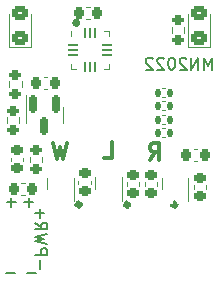
<source format=gbo>
G04 #@! TF.GenerationSoftware,KiCad,Pcbnew,(6.0.7)*
G04 #@! TF.CreationDate,2022-08-30T17:39:21-06:00*
G04 #@! TF.ProjectId,malenki-1616-3A,6d616c65-6e6b-4692-9d31-3631362d3341,rev?*
G04 #@! TF.SameCoordinates,Original*
G04 #@! TF.FileFunction,Legend,Bot*
G04 #@! TF.FilePolarity,Positive*
%FSLAX46Y46*%
G04 Gerber Fmt 4.6, Leading zero omitted, Abs format (unit mm)*
G04 Created by KiCad (PCBNEW (6.0.7)) date 2022-08-30 17:39:21*
%MOMM*%
%LPD*%
G01*
G04 APERTURE LIST*
G04 Aperture macros list*
%AMRoundRect*
0 Rectangle with rounded corners*
0 $1 Rounding radius*
0 $2 $3 $4 $5 $6 $7 $8 $9 X,Y pos of 4 corners*
0 Add a 4 corners polygon primitive as box body*
4,1,4,$2,$3,$4,$5,$6,$7,$8,$9,$2,$3,0*
0 Add four circle primitives for the rounded corners*
1,1,$1+$1,$2,$3*
1,1,$1+$1,$4,$5*
1,1,$1+$1,$6,$7*
1,1,$1+$1,$8,$9*
0 Add four rect primitives between the rounded corners*
20,1,$1+$1,$2,$3,$4,$5,0*
20,1,$1+$1,$4,$5,$6,$7,0*
20,1,$1+$1,$6,$7,$8,$9,0*
20,1,$1+$1,$8,$9,$2,$3,0*%
%AMFreePoly0*
4,1,14,0.385355,0.085355,0.400000,0.050000,0.400000,0.000711,0.385355,-0.034644,0.334644,-0.085355,0.299289,-0.100000,-0.350000,-0.100000,-0.385355,-0.085355,-0.400000,-0.050000,-0.400000,0.050000,-0.385355,0.085355,-0.350000,0.100000,0.350000,0.100000,0.385355,0.085355,0.385355,0.085355,$1*%
%AMFreePoly1*
4,1,14,0.334644,0.085355,0.385355,0.034644,0.400000,-0.000711,0.400000,-0.050000,0.385355,-0.085355,0.350000,-0.100000,-0.350000,-0.100000,-0.385355,-0.085355,-0.400000,-0.050000,-0.400000,0.050000,-0.385355,0.085355,-0.350000,0.100000,0.299289,0.100000,0.334644,0.085355,0.334644,0.085355,$1*%
%AMFreePoly2*
4,1,14,0.085355,0.385355,0.100000,0.350000,0.100000,-0.350000,0.085355,-0.385355,0.050000,-0.400000,0.000711,-0.400000,-0.034644,-0.385355,-0.085355,-0.334644,-0.100000,-0.299289,-0.100000,0.350000,-0.085355,0.385355,-0.050000,0.400000,0.050000,0.400000,0.085355,0.385355,0.085355,0.385355,$1*%
%AMFreePoly3*
4,1,14,0.085355,0.385355,0.100000,0.350000,0.100000,-0.299289,0.085355,-0.334644,0.034644,-0.385355,-0.000711,-0.400000,-0.050000,-0.400000,-0.085355,-0.385355,-0.100000,-0.350000,-0.100000,0.350000,-0.085355,0.385355,-0.050000,0.400000,0.050000,0.400000,0.085355,0.385355,0.085355,0.385355,$1*%
%AMFreePoly4*
4,1,14,0.385355,0.085355,0.400000,0.050000,0.400000,-0.050000,0.385355,-0.085355,0.350000,-0.100000,-0.350000,-0.100000,-0.385355,-0.085355,-0.400000,-0.050000,-0.400000,-0.000711,-0.385355,0.034644,-0.334644,0.085355,-0.299289,0.100000,0.350000,0.100000,0.385355,0.085355,0.385355,0.085355,$1*%
%AMFreePoly5*
4,1,14,0.385355,0.085355,0.400000,0.050000,0.400000,-0.050000,0.385355,-0.085355,0.350000,-0.100000,-0.299289,-0.100000,-0.334644,-0.085355,-0.385355,-0.034644,-0.400000,0.000711,-0.400000,0.050000,-0.385355,0.085355,-0.350000,0.100000,0.350000,0.100000,0.385355,0.085355,0.385355,0.085355,$1*%
%AMFreePoly6*
4,1,14,0.034644,0.385355,0.085355,0.334644,0.100000,0.299289,0.100000,-0.350000,0.085355,-0.385355,0.050000,-0.400000,-0.050000,-0.400000,-0.085355,-0.385355,-0.100000,-0.350000,-0.100000,0.350000,-0.085355,0.385355,-0.050000,0.400000,-0.000711,0.400000,0.034644,0.385355,0.034644,0.385355,$1*%
%AMFreePoly7*
4,1,14,0.085355,0.385355,0.100000,0.350000,0.100000,-0.350000,0.085355,-0.385355,0.050000,-0.400000,-0.050000,-0.400000,-0.085355,-0.385355,-0.100000,-0.350000,-0.100000,0.299289,-0.085355,0.334644,-0.034644,0.385355,0.000711,0.400000,0.050000,0.400000,0.085355,0.385355,0.085355,0.385355,$1*%
G04 Aperture macros list end*
%ADD10C,0.377000*%
%ADD11C,0.500000*%
%ADD12C,0.150000*%
%ADD13C,0.300000*%
%ADD14C,0.120000*%
%ADD15RoundRect,0.225000X0.250000X-0.225000X0.250000X0.225000X-0.250000X0.225000X-0.250000X-0.225000X0*%
%ADD16O,2.300000X2.000000*%
%ADD17C,0.700000*%
%ADD18O,1.500000X0.800000*%
%ADD19RoundRect,0.225000X0.225000X0.250000X-0.225000X0.250000X-0.225000X-0.250000X0.225000X-0.250000X0*%
%ADD20RoundRect,0.250000X0.450000X-0.325000X0.450000X0.325000X-0.450000X0.325000X-0.450000X-0.325000X0*%
%ADD21RoundRect,0.200000X-0.275000X0.200000X-0.275000X-0.200000X0.275000X-0.200000X0.275000X0.200000X0*%
%ADD22RoundRect,0.150000X-0.150000X0.587500X-0.150000X-0.587500X0.150000X-0.587500X0.150000X0.587500X0*%
%ADD23FreePoly0,270.000000*%
%ADD24RoundRect,0.050000X-0.050000X0.350000X-0.050000X-0.350000X0.050000X-0.350000X0.050000X0.350000X0*%
%ADD25FreePoly1,270.000000*%
%ADD26FreePoly2,270.000000*%
%ADD27RoundRect,0.050000X-0.350000X0.050000X-0.350000X-0.050000X0.350000X-0.050000X0.350000X0.050000X0*%
%ADD28FreePoly3,270.000000*%
%ADD29FreePoly4,270.000000*%
%ADD30FreePoly5,270.000000*%
%ADD31FreePoly6,270.000000*%
%ADD32FreePoly7,270.000000*%
%ADD33R,1.700000X1.700000*%
%ADD34R,2.500000X1.500000*%
%ADD35RoundRect,0.200000X0.275000X-0.200000X0.275000X0.200000X-0.275000X0.200000X-0.275000X-0.200000X0*%
%ADD36R,0.250000X1.000000*%
%ADD37R,1.600000X0.800000*%
%ADD38RoundRect,0.135000X0.135000X0.185000X-0.135000X0.185000X-0.135000X-0.185000X0.135000X-0.185000X0*%
%ADD39RoundRect,0.135000X-0.135000X-0.185000X0.135000X-0.185000X0.135000X0.185000X-0.135000X0.185000X0*%
G04 APERTURE END LIST*
D10*
X143288500Y-64200000D02*
G75*
G03*
X143288500Y-64200000I-188500J0D01*
G01*
D11*
X147527000Y-79600000D02*
G75*
G03*
X147527000Y-79600000I-127000J0D01*
G01*
X151527000Y-79600000D02*
G75*
G03*
X151527000Y-79600000I-127000J0D01*
G01*
X143427000Y-79600000D02*
G75*
G03*
X143427000Y-79600000I-127000J0D01*
G01*
D12*
X154564404Y-68152380D02*
X154564404Y-67152380D01*
X154231071Y-67866666D01*
X153897738Y-67152380D01*
X153897738Y-68152380D01*
X153421547Y-68152380D02*
X153421547Y-67152380D01*
X152850119Y-68152380D01*
X152850119Y-67152380D01*
X152421547Y-67247619D02*
X152373928Y-67200000D01*
X152278690Y-67152380D01*
X152040595Y-67152380D01*
X151945357Y-67200000D01*
X151897738Y-67247619D01*
X151850119Y-67342857D01*
X151850119Y-67438095D01*
X151897738Y-67580952D01*
X152469166Y-68152380D01*
X151850119Y-68152380D01*
X151231071Y-67152380D02*
X151135833Y-67152380D01*
X151040595Y-67200000D01*
X150992976Y-67247619D01*
X150945357Y-67342857D01*
X150897738Y-67533333D01*
X150897738Y-67771428D01*
X150945357Y-67961904D01*
X150992976Y-68057142D01*
X151040595Y-68104761D01*
X151135833Y-68152380D01*
X151231071Y-68152380D01*
X151326309Y-68104761D01*
X151373928Y-68057142D01*
X151421547Y-67961904D01*
X151469166Y-67771428D01*
X151469166Y-67533333D01*
X151421547Y-67342857D01*
X151373928Y-67247619D01*
X151326309Y-67200000D01*
X151231071Y-67152380D01*
X150516785Y-67247619D02*
X150469166Y-67200000D01*
X150373928Y-67152380D01*
X150135833Y-67152380D01*
X150040595Y-67200000D01*
X149992976Y-67247619D01*
X149945357Y-67342857D01*
X149945357Y-67438095D01*
X149992976Y-67580952D01*
X150564404Y-68152380D01*
X149945357Y-68152380D01*
X149564404Y-67247619D02*
X149516785Y-67200000D01*
X149421547Y-67152380D01*
X149183452Y-67152380D01*
X149088214Y-67200000D01*
X149040595Y-67247619D01*
X148992976Y-67342857D01*
X148992976Y-67438095D01*
X149040595Y-67580952D01*
X149612023Y-68152380D01*
X148992976Y-68152380D01*
X137985452Y-79382928D02*
X137223547Y-79382928D01*
X137604500Y-79763880D02*
X137604500Y-79001976D01*
X137921952Y-85415428D02*
X137160047Y-85415428D01*
X139699952Y-85415428D02*
X138938047Y-85415428D01*
X139445952Y-79382928D02*
X138684047Y-79382928D01*
X139065000Y-79763880D02*
X139065000Y-79001976D01*
X140028571Y-85071428D02*
X140028571Y-84309523D01*
X139647619Y-83833333D02*
X140647619Y-83833333D01*
X140647619Y-83452380D01*
X140600000Y-83357142D01*
X140552380Y-83309523D01*
X140457142Y-83261904D01*
X140314285Y-83261904D01*
X140219047Y-83309523D01*
X140171428Y-83357142D01*
X140123809Y-83452380D01*
X140123809Y-83833333D01*
X140647619Y-82928571D02*
X139647619Y-82690476D01*
X140361904Y-82500000D01*
X139647619Y-82309523D01*
X140647619Y-82071428D01*
X139647619Y-81119047D02*
X140123809Y-81452380D01*
X139647619Y-81690476D02*
X140647619Y-81690476D01*
X140647619Y-81309523D01*
X140600000Y-81214285D01*
X140552380Y-81166666D01*
X140457142Y-81119047D01*
X140314285Y-81119047D01*
X140219047Y-81166666D01*
X140171428Y-81214285D01*
X140123809Y-81309523D01*
X140123809Y-81690476D01*
X140028571Y-80690476D02*
X140028571Y-79928571D01*
X139647619Y-80309523D02*
X140409523Y-80309523D01*
D13*
X145488333Y-75683333D02*
X146154999Y-75683333D01*
X146154999Y-74283333D01*
X149321666Y-75783333D02*
X149788333Y-75116666D01*
X150121666Y-75783333D02*
X150121666Y-74383333D01*
X149588333Y-74383333D01*
X149455000Y-74450000D01*
X149388333Y-74516666D01*
X149321666Y-74650000D01*
X149321666Y-74850000D01*
X149388333Y-74983333D01*
X149455000Y-75050000D01*
X149588333Y-75116666D01*
X150121666Y-75116666D01*
X142355000Y-74333333D02*
X142021666Y-75733333D01*
X141755000Y-74733333D01*
X141488333Y-75733333D01*
X141155000Y-74333333D01*
D14*
X153040000Y-78240580D02*
X153040000Y-77959420D01*
X154060000Y-78240580D02*
X154060000Y-77959420D01*
X148890000Y-77990580D02*
X148890000Y-77709420D01*
X149910000Y-77990580D02*
X149910000Y-77709420D01*
X137590000Y-75890580D02*
X137590000Y-75609420D01*
X138610000Y-75890580D02*
X138610000Y-75609420D01*
X138740580Y-77785500D02*
X138459420Y-77785500D01*
X138740580Y-78805500D02*
X138459420Y-78805500D01*
X144240580Y-62890000D02*
X143959420Y-62890000D01*
X144240580Y-63910000D02*
X143959420Y-63910000D01*
X143290000Y-77840580D02*
X143290000Y-77559420D01*
X144310000Y-77840580D02*
X144310000Y-77559420D01*
X137367000Y-66277000D02*
X137367000Y-63417000D01*
X139287000Y-66277000D02*
X137367000Y-66277000D01*
X139287000Y-63417000D02*
X139287000Y-66277000D01*
X154460000Y-66277000D02*
X152540000Y-66277000D01*
X154460000Y-63417000D02*
X154460000Y-66277000D01*
X152540000Y-66277000D02*
X152540000Y-63417000D01*
X138472500Y-69162742D02*
X138472500Y-69637258D01*
X137427500Y-69162742D02*
X137427500Y-69637258D01*
X152222500Y-64562742D02*
X152222500Y-65037258D01*
X151177500Y-64562742D02*
X151177500Y-65037258D01*
X138840000Y-72000000D02*
X138840000Y-70325000D01*
X141960000Y-72000000D02*
X141960000Y-72650000D01*
X141960000Y-72000000D02*
X141960000Y-71350000D01*
X138840000Y-72000000D02*
X138840000Y-72650000D01*
X140640580Y-68790000D02*
X140359420Y-68790000D01*
X140640580Y-69810000D02*
X140359420Y-69810000D01*
X142662000Y-68110000D02*
X143112000Y-68110000D01*
X145882000Y-65340000D02*
X145882000Y-64890000D01*
X145882000Y-64890000D02*
X145432000Y-64890000D01*
X142662000Y-65340000D02*
X142662000Y-64890000D01*
X142662000Y-67660000D02*
X142662000Y-68110000D01*
X145882000Y-67660000D02*
X145882000Y-68110000D01*
X145882000Y-68110000D02*
X145432000Y-68110000D01*
X138272500Y-72212742D02*
X138272500Y-72687258D01*
X137227500Y-72212742D02*
X137227500Y-72687258D01*
X140222500Y-75992758D02*
X140222500Y-75518242D01*
X139177500Y-75992758D02*
X139177500Y-75518242D01*
X148410000Y-77991580D02*
X148410000Y-77710420D01*
X147390000Y-77991580D02*
X147390000Y-77710420D01*
X153340580Y-74840000D02*
X153059420Y-74840000D01*
X153340580Y-75860000D02*
X153059420Y-75860000D01*
X142870000Y-79300000D02*
X142870000Y-77300000D01*
X140630000Y-77300000D02*
X140630000Y-78300000D01*
X144730000Y-77287500D02*
X144730000Y-78287500D01*
X146970000Y-79287500D02*
X146970000Y-77287500D01*
X150330000Y-77300000D02*
X150330000Y-78300000D01*
X152570000Y-79300000D02*
X152570000Y-77300000D01*
X150653641Y-70480000D02*
X150346359Y-70480000D01*
X150653641Y-69720000D02*
X150346359Y-69720000D01*
X150346359Y-72020000D02*
X150653641Y-72020000D01*
X150346359Y-72780000D02*
X150653641Y-72780000D01*
X150653641Y-73120000D02*
X150346359Y-73120000D01*
X150653641Y-73880000D02*
X150346359Y-73880000D01*
X150346359Y-70820000D02*
X150653641Y-70820000D01*
X150346359Y-71580000D02*
X150653641Y-71580000D01*
%LPC*%
D15*
X153550000Y-78875000D03*
X153550000Y-77325000D03*
X149400000Y-78625000D03*
X149400000Y-77075000D03*
X138100000Y-76525000D03*
X138100000Y-74975000D03*
D16*
X138430000Y-81280000D03*
X138430000Y-83820000D03*
X142240000Y-81280000D03*
X142240000Y-83820000D03*
X146050000Y-81280000D03*
X146050000Y-83820000D03*
X149860000Y-81280000D03*
X149860000Y-83820000D03*
D17*
X152595000Y-81230000D03*
X152595000Y-79960000D03*
X152595000Y-83770000D03*
X152595000Y-82500000D03*
X152595000Y-85040000D03*
D18*
X153750000Y-84405000D03*
X153750000Y-83135000D03*
X153750000Y-81865000D03*
X153750000Y-80595000D03*
D19*
X139375000Y-78295500D03*
X137825000Y-78295500D03*
X144875000Y-63400000D03*
X143325000Y-63400000D03*
D15*
X143800000Y-78475000D03*
X143800000Y-76925000D03*
D20*
X138327000Y-65442000D03*
X138327000Y-63392000D03*
X153500000Y-65442000D03*
X153500000Y-63392000D03*
D21*
X137950000Y-68575000D03*
X137950000Y-70225000D03*
X151700000Y-63975000D03*
X151700000Y-65625000D03*
D22*
X139450000Y-71062500D03*
X141350000Y-71062500D03*
X140400000Y-72937500D03*
D19*
X141275000Y-69300000D03*
X139725000Y-69300000D03*
D23*
X143472000Y-65050000D03*
D24*
X143872000Y-65050000D03*
X144272000Y-65050000D03*
X144672000Y-65050000D03*
D25*
X145072000Y-65050000D03*
D26*
X145722000Y-65700000D03*
D27*
X145722000Y-66100000D03*
X145722000Y-66500000D03*
X145722000Y-66900000D03*
D28*
X145722000Y-67300000D03*
D29*
X145072000Y-67950000D03*
D24*
X144672000Y-67950000D03*
X144272000Y-67950000D03*
X143872000Y-67950000D03*
D30*
X143472000Y-67950000D03*
D31*
X142822000Y-67300000D03*
D27*
X142822000Y-66900000D03*
X142822000Y-66500000D03*
X142822000Y-66100000D03*
D32*
X142822000Y-65700000D03*
D33*
X144272000Y-66500000D03*
D34*
X153111323Y-71501000D03*
X153111323Y-73501000D03*
D21*
X137750000Y-73275000D03*
X137750000Y-71625000D03*
D35*
X139700000Y-76580500D03*
X139700000Y-74930500D03*
D15*
X147900000Y-78626000D03*
X147900000Y-77076000D03*
D19*
X152425000Y-75350000D03*
X153975000Y-75350000D03*
D36*
X142500000Y-79000000D03*
X142000000Y-79000000D03*
X141500000Y-79000000D03*
X141000000Y-79000000D03*
X141000000Y-76600000D03*
X141500000Y-76600000D03*
X142000000Y-76600000D03*
X142500000Y-76600000D03*
D37*
X141750000Y-77800000D03*
D36*
X146600000Y-78987500D03*
X146100000Y-78987500D03*
X145600000Y-78987500D03*
X145100000Y-78987500D03*
X145100000Y-76587500D03*
X145600000Y-76587500D03*
X146100000Y-76587500D03*
X146600000Y-76587500D03*
D37*
X145850000Y-77787500D03*
D36*
X152200000Y-79000000D03*
X151700000Y-79000000D03*
X151200000Y-79000000D03*
X150700000Y-79000000D03*
X150700000Y-76600000D03*
X151200000Y-76600000D03*
X151700000Y-76600000D03*
X152200000Y-76600000D03*
D37*
X151450000Y-77800000D03*
D38*
X151010000Y-70100000D03*
X149990000Y-70100000D03*
D39*
X149990000Y-72400000D03*
X151010000Y-72400000D03*
D38*
X151010000Y-73500000D03*
X149990000Y-73500000D03*
D39*
X149990000Y-71200000D03*
X151010000Y-71200000D03*
M02*

</source>
